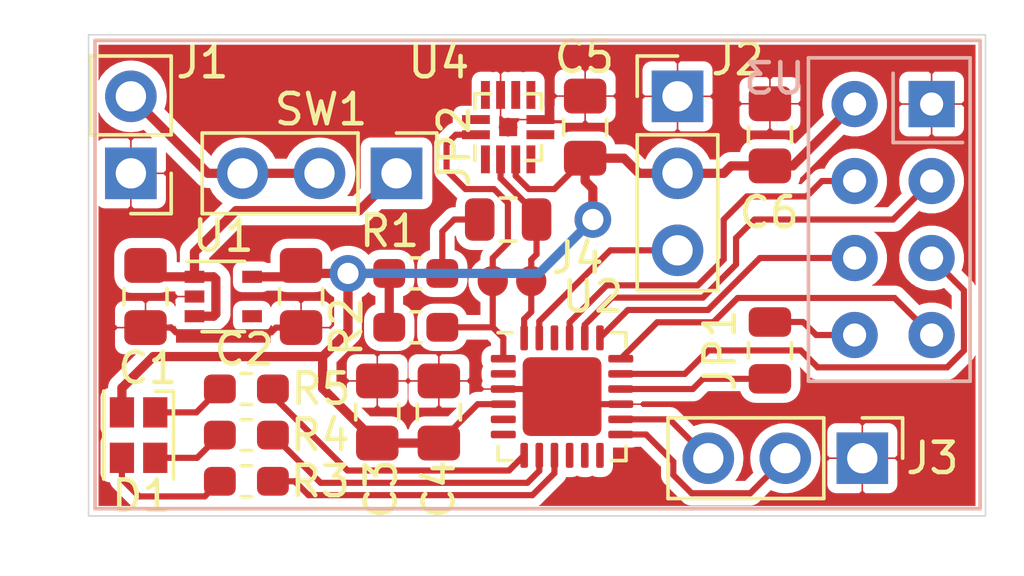
<source format=kicad_pcb>
(kicad_pcb (version 20240108) (generator "pcbnew") (generator_version "8.0")
  (layers (0 "F.Cu" signal) (31 "B.Cu" signal) (34 "B.Paste" user) (35 "F.Paste" user) (36 "B.SilkS" user "B.Silkscreen") (37 "F.SilkS" user "F.Silkscreen") (38 "B.Mask" user) (39 "F.Mask" user) (44 "Edge.Cuts" user))
  (net 0 "")
  (net 1 "GND")
  (net 2 "Net-(C1-Pad1)")
  (net 3 "+3V3")
  (net 4 "Net-(D1-Pad4)")
  (net 5 "Net-(D1-Pad3)")
  (net 6 "Net-(D1-Pad2)")
  (net 7 "Net-(J1-Pad2)")
  (net 8 "/UPDI")
  (net 9 "/UART_TX")
  (net 10 "/UART_RX")
  (net 11 "/SCL")
  (net 12 "/SDA")
  (net 13 "/B")
  (net 14 "/G")
  (net 15 "/R")
  (net 16 "Net-(U1-Pad4)")
  (net 17 "Net-(U2-Pad22)")
  (net 18 "/CSN")
  (net 19 "/CE")
  (net 20 "/MOSI")
  (net 21 "/MISO")
  (net 22 "/SCK")
  (net 23 "/IRQ")
  (net 24 "Net-(U2-Pad12)")
  (net 25 "Net-(U2-Pad11)")
  (net 26 "Net-(U2-Pad10)")
  (net 27 "Net-(U2-Pad6)")
  (net 28 "Net-(U2-Pad5)")
  (net 29 "Net-(U2-Pad2)")
  (net 30 "Net-(U4-Pad11)")
  (net 31 "Net-(U4-Pad5)")
  (net 32 "Net-(U4-Pad10)")
  (net 33 "Net-(U4-Pad1)")
  (net 34 "Net-(U4-Pad7)")
  (net 35 "Net-(U4-Pad4)")
  (net 36 "Net-(U4-Pad8)")
  (footprint "Capacitor_SMD:C_0805_2012Metric_Pad1.15x1.40mm_HandSolder" (layer "F.Cu") (at 131.0894 87.884 -90)
    (property "Reference" "C2" (at 1.7526 1.8796 180) (layer "F.SilkS"))
    (property "Value" "10u")
    (fp_line (start -0.261252 0.71) (end 0.261252 0.71) (stroke (width 0.12)) (layer "F.SilkS"))
    (fp_line (start -0.261252 -0.71) (end 0.261252 -0.71) (stroke (width 0.12)) (layer "F.SilkS"))
    (pad "1" smd roundrect (at -1.025 0 270) (size 1.15 1.4) (layers "F.Cu" "F.Paste" "F.Mask") (roundrect_rratio 0.217391) (net 3 "+3V3"))
    (pad "2" smd roundrect (at 1.025 0 270) (size 1.15 1.4) (layers "F.Cu" "F.Paste" "F.Mask") (roundrect_rratio 0.217391) (net 1 "GND"))
  )
  (footprint "Capacitor_SMD:C_0805_2012Metric_Pad1.15x1.40mm_HandSolder" (layer "F.Cu") (at 133.604 91.694 90)
    (property "Reference" "C3" (at -2.54 0.127 90) (layer "F.SilkS"))
    (property "Value" "10u")
    (fp_line (start -0.261252 -0.71) (end 0.261252 -0.71) (stroke (width 0.12)) (layer "F.SilkS"))
    (fp_line (start -0.261252 0.71) (end 0.261252 0.71) (stroke (width 0.12)) (layer "F.SilkS"))
    (pad "1" smd roundrect (at -1.025 0 90) (size 1.15 1.4) (layers "F.Cu" "F.Paste" "F.Mask") (roundrect_rratio 0.217391) (net 3 "+3V3"))
    (pad "2" smd roundrect (at 1.025 0 90) (size 1.15 1.4) (layers "F.Cu" "F.Paste" "F.Mask") (roundrect_rratio 0.217391) (net 1 "GND"))
  )
  (footprint "Capacitor_SMD:C_0805_2012Metric_Pad1.15x1.40mm_HandSolder" (layer "F.Cu") (at 135.636 91.694 90)
    (property "Reference" "C4" (at -2.54 0 90) (layer "F.SilkS"))
    (property "Value" "0.1u")
    (fp_line (start -0.261252 -0.71) (end 0.261252 -0.71) (stroke (width 0.12)) (layer "F.SilkS"))
    (fp_line (start -0.261252 0.71) (end 0.261252 0.71) (stroke (width 0.12)) (layer "F.SilkS"))
    (pad "1" smd roundrect (at -1.025 0 90) (size 1.15 1.4) (layers "F.Cu" "F.Paste" "F.Mask") (roundrect_rratio 0.217391) (net 3 "+3V3"))
    (pad "2" smd roundrect (at 1.025 0 90) (size 1.15 1.4) (layers "F.Cu" "F.Paste" "F.Mask") (roundrect_rratio 0.217391) (net 1 "GND"))
  )
  (footprint "Capacitor_SMD:C_0805_2012Metric_Pad1.15x1.40mm_HandSolder" (layer "F.Cu") (at 140.462 82.296 90)
    (property "Reference" "C5" (at 2.3114 -0.0254 180) (layer "F.SilkS"))
    (property "Value" "10u")
    (fp_line (start -0.261252 -0.71) (end 0.261252 -0.71) (stroke (width 0.12)) (layer "F.SilkS"))
    (fp_line (start -0.261252 0.71) (end 0.261252 0.71) (stroke (width 0.12)) (layer "F.SilkS"))
    (pad "1" smd roundrect (at -1.025 0 90) (size 1.15 1.4) (layers "F.Cu" "F.Paste" "F.Mask") (roundrect_rratio 0.217391) (net 3 "+3V3"))
    (pad "2" smd roundrect (at 1.025 0 90) (size 1.15 1.4) (layers "F.Cu" "F.Paste" "F.Mask") (roundrect_rratio 0.217391) (net 1 "GND"))
  )
  (footprint "Capacitor_SMD:C_0805_2012Metric_Pad1.15x1.40mm_HandSolder" (layer "F.Cu") (at 146.558 82.55 90)
    (property "Reference" "C6" (at -2.5654 -0.0254 180) (layer "F.SilkS"))
    (property "Value" "0.1u")
    (fp_line (start -0.261252 -0.71) (end 0.261252 -0.71) (stroke (width 0.12)) (layer "F.SilkS"))
    (fp_line (start -0.261252 0.71) (end 0.261252 0.71) (stroke (width 0.12)) (layer "F.SilkS"))
    (pad "1" smd roundrect (at -1.025 0 90) (size 1.15 1.4) (layers "F.Cu" "F.Paste" "F.Mask") (roundrect_rratio 0.217391) (net 3 "+3V3"))
    (pad "2" smd roundrect (at 1.025 0 90) (size 1.15 1.4) (layers "F.Cu" "F.Paste" "F.Mask") (roundrect_rratio 0.217391) (net 1 "GND"))
  )
  (footprint "LED_SMD:LED_Cree-PLCC4_2x2mm_CW" (layer "F.Cu") (at 125.73 92.456 -90)
    (property "Reference" "D1" (at 2.0066 -0.1016 180) (layer "F.SilkS"))
    (property "Value" "LED_ARGB")
    (fp_line (start -1.45 1.15) (end 1.45 1.15) (stroke (width 0.12)) (layer "F.SilkS"))
    (fp_line (start -1.45 -0.55) (end -1.45 -1.15) (stroke (width 0.12)) (layer "F.SilkS"))
    (fp_line (start -1.45 -1.15) (end 1.45 -1.15) (stroke (width 0.12)) (layer "F.SilkS"))
    (pad "1" smd rect (at -0.75 0.55 270) (size 1 0.8) (layers "F.Cu" "F.Paste" "F.Mask") (net 3 "+3V3"))
    (pad "2" smd rect (at -0.75 -0.55 270) (size 1 0.8) (layers "F.Cu" "F.Paste" "F.Mask") (net 6 "Net-(D1-Pad2)"))
    (pad "3" smd rect (at 0.75 -0.55 270) (size 1 0.8) (layers "F.Cu" "F.Paste" "F.Mask") (net 5 "Net-(D1-Pad3)"))
    (pad "4" smd rect (at 0.75 0.55 270) (size 1 0.8) (layers "F.Cu" "F.Paste" "F.Mask") (net 4 "Net-(D1-Pad4)"))
  )
  (footprint "Connector_PinHeader_2.54mm:PinHeader_1x03_P2.54mm_Vertical" (layer "F.Cu") (at 149.606 93.218 -90)
    (property "Reference" "J3" (at 0 -2.3114 180) (layer "F.SilkS"))
    (property "Value" "UART")
    (fp_line (start -1.33 6.41) (end 1.33 6.41) (stroke (width 0.12)) (layer "F.SilkS"))
    (fp_line (start -1.33 1.27) (end -1.33 6.41) (stroke (width 0.12)) (layer "F.SilkS"))
    (fp_line (start -1.33 1.27) (end 1.33 1.27) (stroke (width 0.12)) (layer "F.SilkS"))
    (fp_line (start 1.33 1.27) (end 1.33 6.41) (stroke (width 0.12)) (layer "F.SilkS"))
    (fp_line (start -1.33 0) (end -1.33 -1.33) (stroke (width 0.12)) (layer "F.SilkS"))
    (fp_line (start -1.33 -1.33) (end 0 -1.33) (stroke (width 0.12)) (layer "F.SilkS"))
    (pad "1" thru_hole rect (at 0 0 270) (size 1.7 1.7) (drill 1) (layers "*.Cu" "*.Mask") (net 1 "GND"))
    (pad "2" thru_hole oval (at 0 2.54 270) (size 1.7 1.7) (drill 1) (layers "*.Cu" "*.Mask") (net 10 "/UART_RX"))
    (pad "3" thru_hole oval (at 0 5.08 270) (size 1.7 1.7) (drill 1) (layers "*.Cu" "*.Mask") (net 9 "/UART_TX"))
  )
  (footprint "Connector_PinHeader_1.27mm:PinHeader_1x02_P1.27mm_Vertical" (layer "F.Cu") (at 138.684 87.376 -90)
    (property "Reference" "J4" (at -0.762 -1.524 180) (layer "F.SilkS"))
    (property "Value" "I2C")
    (pad "1" smd circle (at 0 0 270) (size 1 1) (layers "F.Cu" "F.Paste" "F.Mask") (net 12 "/SDA"))
    (pad "2" smd oval (at 0 1.27 270) (size 1 1) (layers "F.Cu" "F.Paste" "F.Mask") (net 11 "/SCL"))
  )
  (footprint "Resistor_SMD:R_0603_1608Metric_Pad1.05x0.95mm_HandSolder" (layer "F.Cu") (at 134.874 87.122)
    (property "Reference" "R1" (at -0.8636 -1.397 0) (layer "F.SilkS"))
    (property "Value" "10k")
    (fp_line (start -0.171267 -0.51) (end 0.171267 -0.51) (stroke (width 0.12)) (layer "F.SilkS"))
    (fp_line (start -0.171267 0.51) (end 0.171267 0.51) (stroke (width 0.12)) (layer "F.SilkS"))
    (pad "1" smd roundrect (at -0.875 0) (size 1.05 0.95) (layers "F.Cu" "F.Paste" "F.Mask") (net 3 "+3V3"))
    (pad "2" smd roundrect (at 0.875 0) (size 1.05 0.95) (layers "F.Cu" "F.Paste" "F.Mask") (net 12 "/SDA"))
  )
  (footprint "Resistor_SMD:R_0603_1608Metric_Pad1.05x0.95mm_HandSolder" (layer "F.Cu") (at 134.874 88.9)
    (property "Reference" "R2" (at -2.286 -0.0254 90) (layer "F.SilkS"))
    (property "Value" "10k")
    (fp_line (start -0.171267 -0.51) (end 0.171267 -0.51) (stroke (width 0.12)) (layer "F.SilkS"))
    (fp_line (start -0.171267 0.51) (end 0.171267 0.51) (stroke (width 0.12)) (layer "F.SilkS"))
    (pad "1" smd roundrect (at -0.875 0) (size 1.05 0.95) (layers "F.Cu" "F.Paste" "F.Mask") (net 3 "+3V3"))
    (pad "2" smd roundrect (at 0.875 0) (size 1.05 0.95) (layers "F.Cu" "F.Paste" "F.Mask") (net 11 "/SCL"))
  )
  (footprint "Resistor_SMD:R_0603_1608Metric_Pad1.05x0.95mm_HandSolder" (layer "F.Cu") (at 129.286 93.98 180)
    (property "Reference" "R3" (at -2.4384 0 0) (layer "F.SilkS"))
    (property "Value" "150")
    (fp_line (start -0.171267 0.51) (end 0.171267 0.51) (stroke (width 0.12)) (layer "F.SilkS"))
    (fp_line (start -0.171267 -0.51) (end 0.171267 -0.51) (stroke (width 0.12)) (layer "F.SilkS"))
    (pad "1" smd roundrect (at -0.875 0 180) (size 1.05 0.95) (layers "F.Cu" "F.Paste" "F.Mask") (net 13 "/B"))
    (pad "2" smd roundrect (at 0.875 0 180) (size 1.05 0.95) (layers "F.Cu" "F.Paste" "F.Mask") (net 4 "Net-(D1-Pad4)"))
  )
  (footprint "Resistor_SMD:R_0603_1608Metric_Pad1.05x0.95mm_HandSolder" (layer "F.Cu") (at 129.286 92.456 180)
    (property "Reference" "R4" (at -2.4384 0 0) (layer "F.SilkS"))
    (property "Value" "150")
    (fp_line (start -0.171267 0.51) (end 0.171267 0.51) (stroke (width 0.12)) (layer "F.SilkS"))
    (fp_line (start -0.171267 -0.51) (end 0.171267 -0.51) (stroke (width 0.12)) (layer "F.SilkS"))
    (pad "1" smd roundrect (at -0.875 0 180) (size 1.05 0.95) (layers "F.Cu" "F.Paste" "F.Mask") (net 14 "/G"))
    (pad "2" smd roundrect (at 0.875 0 180) (size 1.05 0.95) (layers "F.Cu" "F.Paste" "F.Mask") (net 5 "Net-(D1-Pad3)"))
  )
  (footprint "Resistor_SMD:R_0603_1608Metric_Pad1.05x0.95mm_HandSolder" (layer "F.Cu") (at 129.286 90.932 180)
    (property "Reference" "R5" (at -2.4638 0 0) (layer "F.SilkS"))
    (property "Value" "150")
    (fp_line (start -0.171267 0.51) (end 0.171267 0.51) (stroke (width 0.12)) (layer "F.SilkS"))
    (fp_line (start -0.171267 -0.51) (end 0.171267 -0.51) (stroke (width 0.12)) (layer "F.SilkS"))
    (pad "1" smd roundrect (at -0.875 0 180) (size 1.05 0.95) (layers "F.Cu" "F.Paste" "F.Mask") (net 15 "/R"))
    (pad "2" smd roundrect (at 0.875 0 180) (size 1.05 0.95) (layers "F.Cu" "F.Paste" "F.Mask") (net 6 "Net-(D1-Pad2)"))
  )
  (footprint "Package_TO_SOT_SMD:SOT-353_SC-70-5" (layer "F.Cu") (at 128.524 87.884)
    (property "Reference" "U1" (at 0 -2 0) (layer "F.SilkS"))
    (property "Value" "MIC5365-3.3YC5")
    (fp_line (start -0.7 1.16) (end 0.7 1.16) (stroke (width 0.12)) (layer "F.SilkS"))
    (fp_line (start 0.7 -1.16) (end -1.2 -1.16) (stroke (width 0.12)) (layer "F.SilkS"))
    (pad "1" smd rect (at -0.95 -0.65) (size 0.65 0.4) (layers "F.Cu" "F.Paste" "F.Mask") (net 2 "Net-(C1-Pad1)"))
    (pad "2" smd rect (at -0.95 0) (size 0.65 0.4) (layers "F.Cu" "F.Paste" "F.Mask") (net 1 "GND"))
    (pad "3" smd rect (at -0.95 0.65) (size 0.65 0.4) (layers "F.Cu" "F.Paste" "F.Mask") (net 2 "Net-(C1-Pad1)"))
    (pad "4" smd rect (at 0.95 0.65) (size 0.65 0.4) (layers "F.Cu" "F.Paste" "F.Mask") (net 16 "Net-(U1-Pad4)"))
    (pad "5" smd rect (at 0.95 -0.65) (size 0.65 0.4) (layers "F.Cu" "F.Paste" "F.Mask") (net 3 "+3V3"))
  )
  (footprint "Package_LGA:LGA-12_2x2mm_P0.5mm" (layer "F.Cu") (at 137.922 82.296 90)
    (property "Reference" "U4" (at 2.1336 -2.286 180) (layer "F.SilkS"))
    (property "Value" "MC3413")
    (fp_line (start 1.1 -1.1) (end 1.1 -0.6) (stroke (width 0.12)) (layer "F.SilkS"))
    (fp_line (start 0.6 -1.1) (end 1.1 -1.1) (stroke (width 0.12)) (layer "F.SilkS"))
    (fp_line (start -0.6 -1.1) (end -1.1 -1.1) (stroke (width 0.12)) (layer "F.SilkS"))
    (fp_line (start -1.1 -1.1) (end -1.1 -1.1) (stroke (width 0.12)) (layer "F.SilkS"))
    (fp_line (start 1.1 -0.6) (end 1.1 -0.6) (stroke (width 0.12)) (layer "F.SilkS"))
    (fp_line (start 1.1 0.6) (end 1.1 1.1) (stroke (width 0.12)) (layer "F.SilkS"))
    (fp_line (start -1.1 0.6) (end -1.1 0.6) (stroke (width 0.12)) (layer "F.SilkS"))
    (fp_line (start 1.1 1.1) (end 0.6 1.1) (stroke (width 0.12)) (layer "F.SilkS"))
    (fp_line (start 0.6 1.1) (end 0.6 1.1) (stroke (width 0.12)) (layer "F.SilkS"))
    (fp_line (start -0.6 1.1) (end -1.1 1.1) (stroke (width 0.12)) (layer "F.SilkS"))
    (fp_line (start -1.1 1.1) (end -1.1 0.6) (stroke (width 0.12)) (layer "F.SilkS"))
    (pad "1" smd rect (at -1.0625 -0.75 90) (size 0.91912 0.29412) (layers "F.Cu" "F.Paste" "F.Mask") (net 33 "Net-(U4-Pad1)"))
    (pad "2" smd rect (at -1.0625 -0.25 90) (size 0.91912 0.29412) (layers "F.Cu" "F.Paste" "F.Mask") (net 12 "/SDA"))
    (pad "3" smd rect (at -1.0625 0.25 90) (size 0.91912 0.29412) (layers "F.Cu" "F.Paste" "F.Mask") (net 3 "+3V3"))
    (pad "4" smd rect (at -1.0625 0.75 90) (size 0.91912 0.29412) (layers "F.Cu" "F.Paste" "F.Mask") (net 35 "Net-(U4-Pad4)"))
    (pad "5" smd rect (at -0.25 1.0625 180) (size 0.91912 0.29412) (layers "F.Cu" "F.Paste" "F.Mask") (net 31 "Net-(U4-Pad5)"))
    (pad "6" smd rect (at 0.25 1.0625 180) (size 0.91912 0.29412) (layers "F.Cu" "F.Paste" "F.Mask") (net 1 "GND"))
    (pad "7" smd rect (at 1.0625 0.75 90) (size 0.91912 0.29412) (layers "F.Cu" "F.Paste" "F.Mask") (net 34 "Net-(U4-Pad7)"))
    (pad "8" smd rect (at 1.0625 0.25 90) (size 0.91912 0.29412) (layers "F.Cu" "F.Paste" "F.Mask") (net 36 "Net-(U4-Pad8)"))
    (pad "9" smd rect (at 1.0625 -0.25 90) (size 0.91912 0.29412) (layers "F.Cu" "F.Paste" "F.Mask") (net 1 "GND"))
    (pad "10" smd rect (at 1.0625 -0.75 90) (size 0.91912 0.29412) (layers "F.Cu" "F.Paste" "F.Mask") (net 32 "Net-(U4-Pad10)"))
    (pad "11" smd rect (at 0.25 -1.0625 180) (size 0.91912 0.29412) (layers "F.Cu" "F.Paste" "F.Mask") (net 30 "Net-(U4-Pad11)"))
    (pad "12" smd rect (at -0.25 -1.0625 180) (size 0.91912 0.29412) (layers "F.Cu" "F.Paste" "F.Mask") (net 11 "/SCL"))
  )
  (footprint "Package_DFN_QFN:QFN-24-1EP_4x4mm_P0.5mm_EP2.6x2.6mm" (layer "F.Cu") (at 139.7 91.186)
    (property "Reference" "U2" (at 1.016 -3.3 0) (layer "F.SilkS"))
    (property "Value" "ATtiny817-M")
    (fp_line (start -2.11 2.11) (end -2.11 1.635) (stroke (width 0.12)) (layer "F.SilkS"))
    (fp_line (start -1.635 -2.11) (end -2.11 -2.11) (stroke (width 0.12)) (layer "F.SilkS"))
    (fp_line (start -1.635 2.11) (end -2.11 2.11) (stroke (width 0.12)) (layer "F.SilkS"))
    (fp_line (start 1.635 -2.11) (end 2.11 -2.11) (stroke (width 0.12)) (layer "F.SilkS"))
    (fp_line (start 1.635 2.11) (end 2.11 2.11) (stroke (width 0.12)) (layer "F.SilkS"))
    (fp_line (start 2.11 -2.11) (end 2.11 -1.635) (stroke (width 0.12)) (layer "F.SilkS"))
    (fp_line (start 2.11 2.11) (end 2.11 1.635) (stroke (width 0.12)) (layer "F.SilkS"))
    (pad "1" smd roundrect (at -1.9375 -1.25) (size 0.825 0.25) (layers "F.Cu" "F.Paste" "F.Mask") (net 11 "/SCL"))
    (pad "2" smd roundrect (at -1.9375 -0.75) (size 0.825 0.25) (layers "F.Cu" "F.Paste" "F.Mask") (net 29 "Net-(U2-Pad2)"))
    (pad "3" smd roundrect (at -1.9375 -0.25) (size 0.825 0.25) (layers "F.Cu" "F.Paste" "F.Mask") (net 1 "GND"))
    (pad "4" smd roundrect (at -1.9375 0.25) (size 0.825 0.25) (layers "F.Cu" "F.Paste" "F.Mask") (net 3 "+3V3"))
    (pad "5" smd roundrect (at -1.9375 0.75) (size 0.825 0.25) (layers "F.Cu" "F.Paste" "F.Mask") (net 28 "Net-(U2-Pad5)"))
    (pad "6" smd roundrect (at -1.9375 1.25) (size 0.825 0.25) (layers "F.Cu" "F.Paste" "F.Mask") (net 27 "Net-(U2-Pad6)"))
    (pad "7" smd roundrect (at -1.25 1.9375) (size 0.25 0.825) (layers "F.Cu" "F.Paste" "F.Mask") (net 15 "/R"))
    (pad "8" smd roundrect (at -0.75 1.9375) (size 0.25 0.825) (layers "F.Cu" "F.Paste" "F.Mask") (net 14 "/G"))
    (pad "9" smd roundrect (at -0.25 1.9375) (size 0.25 0.825) (layers "F.Cu" "F.Paste" "F.Mask") (net 13 "/B"))
    (pad "10" smd roundrect (at 0.25 1.9375) (size 0.25 0.825) (layers "F.Cu" "F.Paste" "F.Mask") (net 26 "Net-(U2-Pad10)"))
    (pad "11" smd roundrect (at 0.75 1.9375) (size 0.25 0.825) (layers "F.Cu" "F.Paste" "F.Mask") (net 25 "Net-(U2-Pad11)"))
    (pad "12" smd roundrect (at 1.25 1.9375) (size 0.25 0.825) (layers "F.Cu" "F.Paste" "F.Mask") (net 24 "Net-(U2-Pad12)"))
    (pad "13" smd roundrect (at 1.9375 1.25) (size 0.825 0.25) (layers "F.Cu" "F.Paste" "F.Mask") (net 10 "/UART_RX"))
    (pad "14" smd roundrect (at 1.9375 0.75) (size 0.825 0.25) (layers "F.Cu" "F.Paste" "F.Mask") (net 9 "/UART_TX"))
    (pad "15" smd roundrect (at 1.9375 0.25) (size 0.825 0.25) (layers "F.Cu" "F.Paste" "F.Mask") (net 1 "GND"))
    (pad "16" smd roundrect (at 1.9375 -0.25) (size 0.825 0.25) (layers "F.Cu" "F.Paste" "F.Mask") (net 23 "/IRQ"))
    (pad "17" smd roundrect (at 1.9375 -0.75) (size 0.825 0.25) (layers "F.Cu" "F.Paste" "F.Mask") (net 22 "/SCK"))
    (pad "18" smd roundrect (at 1.9375 -1.25) (size 0.825 0.25) (layers "F.Cu" "F.Paste" "F.Mask") (net 21 "/MISO"))
    (pad "19" smd roundrect (at 1.25 -1.9375) (size 0.25 0.825) (layers "F.Cu" "F.Paste" "F.Mask") (net 20 "/MOSI"))
    (pad "20" smd roundrect (at 0.75 -1.9375) (size 0.25 0.825) (layers "F.Cu" "F.Paste" "F.Mask") (net 19 "/CE"))
    (pad "21" smd roundrect (at 0.25 -1.9375) (size 0.25 0.825) (layers "F.Cu" "F.Paste" "F.Mask") (net 18 "/CSN"))
    (pad "22" smd roundrect (at -0.25 -1.9375) (size 0.25 0.825) (layers "F.Cu" "F.Paste" "F.Mask") (net 17 "Net-(U2-Pad22)"))
    (pad "23" smd roundrect (at -0.75 -1.9375) (size 0.25 0.825) (layers "F.Cu" "F.Paste" "F.Mask") (net 8 "/UPDI"))
    (pad "24" smd roundrect (at -1.25 -1.9375) (size 0.25 0.825) (layers "F.Cu" "F.Paste" "F.Mask") (net 12 "/SDA"))
    (pad "25" smd roundrect (at 0 0) (size 2.6 2.6) (layers "F.Cu" "F.Mask") (roundrect_rratio 0.096154) (net 1 "GND"))
  )
  (footprint "Connector_PinHeader_2.54mm:PinHeader_1x03_P2.54mm_Vertical" (layer "F.Cu") (at 143.51 81.28)
    (property "Reference" "J2" (at 1.9812 -1.2192 0) (layer "F.SilkS"))
    (property "Value" "UPDI")
    (fp_line (start -1.33 -1.33) (end 0 -1.33) (stroke (width 0.12)) (layer "F.SilkS"))
    (fp_line (start -1.33 0) (end -1.33 -1.33) (stroke (width 0.12)) (layer "F.SilkS"))
    (fp_line (start -1.33 1.27) (end -1.33 6.41) (stroke (width 0.12)) (layer "F.SilkS"))
    (fp_line (start -1.33 1.27) (end 1.33 1.27) (stroke (width 0.12)) (layer "F.SilkS"))
    (fp_line (start -1.33 6.41) (end 1.33 6.41) (stroke (width 0.12)) (layer "F.SilkS"))
    (fp_line (start 1.33 1.27) (end 1.33 6.41) (stroke (width 0.12)) (layer "F.SilkS"))
    (pad "1" thru_hole rect (at 0 0) (size 1.7 1.7) (drill 1) (layers "*.Cu" "*.Mask") (net 1 "GND"))
    (pad "2" thru_hole oval (at 0 2.54) (size 1.7 1.7) (drill 1) (layers "*.Cu" "*.Mask") (net 3 "+3V3"))
    (pad "3" thru_hole oval (at 0 5.08) (size 1.7 1.7) (drill 1) (layers "*.Cu" "*.Mask") (net 8 "/UPDI"))
  )
  (footprint "Resistor_SMD:R_0805_2012Metric" (layer "F.Cu") (at 146.558 89.662 90)
    (property "Reference" "JP1" (at 0 -1.65 90) (layer "F.SilkS"))
    (property "Value" "R_0805_2012Metric")
    (fp_line (start -0.258578 -0.71) (end 0.258578 -0.71) (stroke (width 0.12)) (layer "F.SilkS"))
    (fp_line (start -0.258578 0.71) (end 0.258578 0.71) (stroke (width 0.12)) (layer "F.SilkS"))
    (pad "1" smd roundrect (at -0.9375 0 90) (size 0.975 1.4) (layers "F.Cu" "F.Paste" "F.Mask") (net 23 "/IRQ"))
    (pad "2" smd roundrect (at 0.9375 0 90) (size 0.975 1.4) (layers "F.Cu" "F.Paste" "F.Mask") (net 23 "/IRQ"))
  )
  (footprint "Connector_PinHeader_2.54mm:PinHeader_1x02_P2.54mm_Vertical" (layer "F.Cu") (at 125.476 83.82 180)
    (property "Reference" "J1" (at -2.3622 3.6576 0) (layer "F.SilkS"))
    (property "Value" "BATT")
    (fp_line (start 1.33 1.27) (end 1.33 3.87) (stroke (width 0.12)) (layer "F.SilkS"))
    (fp_line (start -1.33 3.87) (end 1.33 3.87) (stroke (width 0.12)) (layer "F.SilkS"))
    (fp_line (start -1.33 1.27) (end 1.33 1.27) (stroke (width 0.12)) (layer "F.SilkS"))
    (fp_line (start -1.33 1.27) (end -1.33 3.87) (stroke (width 0.12)) (layer "F.SilkS"))
    (fp_line (start -1.33 0) (end -1.33 -1.33) (stroke (width 0.12)) (layer "F.SilkS"))
    (fp_line (start -1.33 -1.33) (end 0 -1.33) (stroke (width 0.12)) (layer "F.SilkS"))
    (pad "1" thru_hole rect (at 0 0 180) (size 1.7 1.7) (drill 1) (layers "*.Cu" "*.Mask") (net 1 "GND"))
    (pad "2" thru_hole oval (at 0 2.54 180) (size 1.7 1.7) (drill 1) (layers "*.Cu" "*.Mask") (net 7 "Net-(J1-Pad2)"))
  )
  (footprint "Connector_PinHeader_2.54mm:PinHeader_1x03_P2.54mm_Vertical" (layer "F.Cu") (at 134.239 83.82 -90)
    (property "Reference" "SW1" (at -2.1082 2.4892 180) (layer "F.SilkS"))
    (property "Value" "SW_SPDT")
    (fp_line (start -1.33 6.41) (end 1.33 6.41) (stroke (width 0.12)) (layer "F.SilkS"))
    (fp_line (start -1.33 1.27) (end -1.33 6.41) (stroke (width 0.12)) (layer "F.SilkS"))
    (fp_line (start -1.33 1.27) (end 1.33 1.27) (stroke (width 0.12)) (layer "F.SilkS"))
    (fp_line (start 1.33 1.27) (end 1.33 6.41) (stroke (width 0.12)) (layer "F.SilkS"))
    (fp_line (start -1.33 0) (end -1.33 -1.33) (stroke (width 0.12)) (layer "F.SilkS"))
    (fp_line (start -1.33 -1.33) (end 0 -1.33) (stroke (width 0.12)) (layer "F.SilkS"))
    (pad "1" thru_hole rect (at 0 0 270) (size 1.7 1.7) (drill 1) (layers "*.Cu" "*.Mask") (net 2 "Net-(C1-Pad1)"))
    (pad "2" thru_hole oval (at 0 2.54 270) (size 1.7 1.7) (drill 1) (layers "*.Cu" "*.Mask") (net 7 "Net-(J1-Pad2)"))
    (pad "3" thru_hole oval (at 0 5.08 270) (size 1.7 1.7) (drill 1) (layers "*.Cu" "*.Mask") (net 7 "Net-(J1-Pad2)"))
  )
  (footprint "Capacitor_SMD:C_0805_2012Metric_Pad1.15x1.40mm_HandSolder" (layer "F.Cu") (at 125.9586 87.884 -90)
    (property "Reference" "C1" (at 2.3622 -0.0762 180) (layer "F.SilkS"))
    (property "Value" "10u")
    (fp_line (start -0.261252 0.71) (end 0.261252 0.71) (stroke (width 0.12)) (layer "F.SilkS"))
    (fp_line (start -0.261252 -0.71) (end 0.261252 -0.71) (stroke (width 0.12)) (layer "F.SilkS"))
    (pad "1" smd roundrect (at -1.025 0 270) (size 1.15 1.4) (layers "F.Cu" "F.Paste" "F.Mask") (roundrect_rratio 0.217391) (net 2 "Net-(C1-Pad1)"))
    (pad "2" smd roundrect (at 1.025 0 270) (size 1.15 1.4) (layers "F.Cu" "F.Paste" "F.Mask") (roundrect_rratio 0.217391) (net 1 "GND"))
  )
  (footprint "Resistor_SMD:R_0805_2012Metric" (layer "F.Cu") (at 137.922 85.344)
    (property "Reference" "JP2" (at -1.778 -2.413 90) (layer "F.SilkS"))
    (property "Value" "R_0805_2012Metric")
    (fp_line (start -0.258578 -0.71) (end 0.258578 -0.71) (stroke (width 0.12)) (layer "F.SilkS"))
    (fp_line (start -0.258578 0.71) (end 0.258578 0.71) (stroke (width 0.12)) (layer "F.SilkS"))
    (pad "1" smd roundrect (at -0.9375 0) (size 0.975 1.4) (layers "F.Cu" "F.Paste" "F.Mask") (net 12 "/SDA"))
    (pad "2" smd roundrect (at 0.9375 0) (size 0.975 1.4) (layers "F.Cu" "F.Paste" "F.Mask") (net 12 "/SDA"))
  )
  (footprint "RF_Module:nRF24L01_Breakout" (layer "B.Cu") (at 151.892 81.534 180)
    (property "Reference" "U3" (at 5.1816 0.8382 0) (layer "B.SilkS") (effects (justify mirror)))
    (property "Value" "NRF24L01_Breakout")
    (fp_line (start 27.6 2.1) (end 27.6 -13.35) (stroke (width 0.12)) (layer "B.SilkS"))
    (fp_line (start 27.6 -13.35) (end -1.6 -13.35) (stroke (width 0.12)) (layer "B.SilkS"))
    (fp_line (start 4.064 1.524) (end 4.064 -9.144) (stroke (width 0.12)) (layer "B.SilkS"))
    (fp_line (start 4.064 -9.144) (end -1.27 -9.144) (stroke (width 0.12)) (layer "B.SilkS"))
    (fp_line (start 1.27 1.016) (end 1.27 -1.27) (stroke (width 0.12)) (layer "B.SilkS"))
    (fp_line (start 1.27 -1.27) (end -1.016 -1.27) (stroke (width 0.12)) (layer "B.SilkS"))
    (fp_line (start -1.016 -1.27) (end -1.016 -1.27) (stroke (width 0.12)) (layer "B.SilkS"))
    (fp_line (start -1.27 1.524) (end 4.064 1.524) (stroke (width 0.12)) (layer "B.SilkS"))
    (fp_line (start -1.27 1.524) (end -1.27 1.524) (stroke (width 0.12)) (layer "B.SilkS"))
    (fp_line (start -1.27 -9.144) (end -1.27 1.524) (stroke (width 0.12)) (layer "B.SilkS"))
    (fp_line (start -1.27 -9.144) (end -1.27 -9.144) (stroke (width 0.12)) (layer "B.SilkS"))
    (fp_line (start -1.6 2.1) (end 27.6 2.1) (stroke (width 0.12)) (layer "B.SilkS"))
    (fp_line (start -1.6 2.1) (end -1.6 2.1) (stroke (width 0.12)) (layer "B.SilkS"))
    (fp_line (start -1.6 -13.35) (end -1.6 2.1) (stroke (width 0.12)) (layer "B.SilkS"))
    (pad "1" thru_hole rect (at 0 0 180) (size 1.524 1.524) (drill 0.762) (layers "*.Cu" "*.Mask") (net 1 "GND"))
    (pad "2" thru_hole circle (at 2.54 0 180) (size 1.524 1.524) (drill 0.762) (layers "*.Cu" "*.Mask") (net 3 "+3V3"))
    (pad "3" thru_hole circle (at 0 -2.54 180) (size 1.524 1.524) (drill 0.762) (layers "*.Cu" "*.Mask") (net 19 "/CE"))
    (pad "4" thru_hole circle (at 2.54 -2.54 180) (size 1.524 1.524) (drill 0.762) (layers "*.Cu" "*.Mask") (net 18 "/CSN"))
    (pad "5" thru_hole circle (at 0 -5.08 180) (size 1.524 1.524) (drill 0.762) (layers "*.Cu" "*.Mask") (net 22 "/SCK"))
    (pad "6" thru_hole circle (at 2.54 -5.08 180) (size 1.524 1.524) (drill 0.762) (layers "*.Cu" "*.Mask") (net 20 "/MOSI"))
    (pad "7" thru_hole circle (at 0 -7.62 180) (size 1.524 1.524) (drill 0.762) (layers "*.Cu" "*.Mask") (net 21 "/MISO"))
    (pad "8" thru_hole circle (at 2.54 -7.62 180) (size 1.524 1.524) (drill 0.762) (layers "*.Cu" "*.Mask") (net 23 "/IRQ"))
  )
  (gr_line (start 153.67 79.248) (end 124.079 79.248) (stroke (width 0.05)) (layer "Edge.Cuts"))
  (gr_line (start 124.079 95.123) (end 153.67 95.123) (stroke (width 0.05)) (layer "Edge.Cuts"))
  (gr_line (start 124.079 79.248) (end 124.079 95.123) (stroke (width 0.05)) (layer "Edge.Cuts"))
  (gr_line (start 153.67 95.123) (end 153.67 79.248) (stroke (width 0.05)) (layer "Edge.Cuts"))
  (segment (start 126.957201 89.064201) (end 130.108799 89.064201) (width 0.2032) (layer "F.Cu") (net 1))
  (segment (start 139.95 91.436) (end 139.7 91.186) (width 0.2032) (layer "F.Cu") (net 1))
  (segment (start 130.264 88.909) (end 131.064 88.909) (width 0.2032) (layer "F.Cu") (net 1))
  (segment (start 126.793 88.9) (end 126.957201 89.064201) (width 0.2032) (layer "F.Cu") (net 1))
  (segment (start 126.784 88.909) (end 126.793 88.9) (width 0.2032) (layer "F.Cu") (net 1))
  (segment (start 137.7625 90.936) (end 139.45 90.936) (width 0.2032) (layer "F.Cu") (net 1))
  (segment (start 139.45 90.936) (end 139.7 91.186) (width 0.2032) (layer "F.Cu") (net 1))
  (segment (start 125.984 88.909) (end 126.784 88.909) (width 0.2032) (layer "F.Cu") (net 1))
  (segment (start 130.108799 89.064201) (end 130.264 88.909) (width 0.2032) (layer "F.Cu") (net 1))
  (segment (start 141.6375 91.436) (end 139.95 91.436) (width 0.2032) (layer "F.Cu") (net 1))
  (segment (start 133.007999 85.051001) (end 128.943999 85.051001) (width 0.3048) (layer "F.Cu") (net 2))
  (segment (start 127.574 86.421) (end 127.574 87.234) (width 0.3048) (layer "F.Cu") (net 2))
  (segment (start 127.574 87.234) (end 126.359 87.234) (width 0.3048) (layer "F.Cu") (net 2))
  (segment (start 128.943999 85.051001) (end 127.574 86.421) (width 0.3048) (layer "F.Cu") (net 2))
  (segment (start 126.359 87.234) (end 125.984 86.859) (width 0.3048) (layer "F.Cu") (net 2))
  (segment (start 128.2038 88.534) (end 127.574 88.534) (width 0.3048) (layer "F.Cu") (net 2))
  (segment (start 128.280001 88.457799) (end 128.2038 88.534) (width 0.3048) (layer "F.Cu") (net 2))
  (segment (start 127.574 87.234) (end 128.2038 87.234) (width 0.3048) (layer "F.Cu") (net 2))
  (segment (start 128.2038 87.234) (end 128.280001 87.310201) (width 0.3048) (layer "F.Cu") (net 2))
  (segment (start 128.280001 87.310201) (end 128.280001 88.457799) (width 0.3048) (layer "F.Cu") (net 2))
  (segment (start 134.239 83.82) (end 133.007999 85.051001) (width 0.3048) (layer "F.Cu") (net 2))
  (segment (start 140.716 85.344) (end 140.716 84.328) (width 0.3048) (layer "F.Cu") (net 3))
  (segment (start 140.462 84.074) (end 140.462 83.321) (width 0.3048) (layer "F.Cu") (net 3))
  (segment (start 133.604 92.719) (end 131.800776 90.915776) (width 0.3048) (layer "F.Cu") (net 3))
  (segment (start 138.172 83.3585) (end 138.172 83.906218) (width 0.2032) (layer "F.Cu") (net 3))
  (segment (start 131.327 87.122) (end 131.064 86.859) (width 0.3048) (layer "F.Cu") (net 3))
  (segment (start 133.999 87.122) (end 133.999 88.9) (width 0.3048) (layer "F.Cu") (net 3))
  (segment (start 147.311 83.575) (end 146.558 83.575) (width 0.3048) (layer "F.Cu") (net 3))
  (segment (start 126.21619 89.86501) (end 131.800776 89.86501) (width 0.3048) (layer "F.Cu") (net 3))
  (segment (start 125.18 91.706) (end 125.18 90.9012) (width 0.3048) (layer "F.Cu") (net 3))
  (segment (start 130.689 87.234) (end 131.064 86.859) (width 0.3048) (layer "F.Cu") (net 3))
  (segment (start 131.800776 89.86501) (end 132.6388 89.026986) (width 0.3048) (layer "F.Cu") (net 3))
  (segment (start 129.474 87.234) (end 130.689 87.234) (width 0.3048) (layer "F.Cu") (net 3))
  (segment (start 142.24 83.82) (end 143.51 83.82) (width 0.3048) (layer "F.Cu") (net 3))
  (segment (start 146.558 83.575) (end 145.279 83.575) (width 0.3048) (layer "F.Cu") (net 3))
  (segment (start 138.172 83.0585) (end 138.172 83.42126) (width 0.2032) (layer "F.Cu") (net 3))
  (segment (start 138.604972 84.33919) (end 139.44381 84.33919) (width 0.2032) (layer "F.Cu") (net 3))
  (segment (start 138.172 83.906218) (end 138.604972 84.33919) (width 0.2032) (layer "F.Cu") (net 3))
  (segment (start 132.6388 89.026986) (end 132.6388 87.976184) (width 0.3048) (layer "F.Cu") (net 3))
  (segment (start 136.919 91.436) (end 135.636 92.719) (width 0.2032) (layer "F.Cu") (net 3))
  (segment (start 132.6388 87.976184) (end 132.6388 87.122) (width 0.3048) (layer "F.Cu") (net 3))
  (segment (start 133.604 92.719) (end 135.636 92.719) (width 0.3048) (layer "F.Cu") (net 3))
  (segment (start 125.18 90.9012) (end 126.21619 89.86501) (width 0.3048) (layer "F.Cu") (net 3))
  (segment (start 132.588 87.122) (end 131.327 87.122) (width 0.3048) (layer "F.Cu") (net 3))
  (segment (start 145.279 83.575) (end 145.034 83.82) (width 0.3048) (layer "F.Cu") (net 3))
  (segment (start 140.716 84.328) (end 140.462 84.074) (width 0.3048) (layer "F.Cu") (net 3))
  (segment (start 149.352 81.534) (end 147.311 83.575) (width 0.3048) (layer "F.Cu") (net 3))
  (segment (start 131.800776 90.915776) (end 131.800776 89.86501) (width 0.3048) (layer "F.Cu") (net 3))
  (segment (start 145.034 83.82) (end 143.51 83.82) (width 0.3048) (layer "F.Cu") (net 3))
  (segment (start 141.741 83.321) (end 142.24 83.82) (width 0.3048) (layer "F.Cu") (net 3))
  (segment (start 132.588 87.122) (end 133.999 87.122) (width 0.3048) (layer "F.Cu") (net 3))
  (segment (start 137.7625 91.436) (end 136.919 91.436) (width 0.2032) (layer "F.Cu") (net 3))
  (segment (start 140.462 83.321) (end 141.741 83.321) (width 0.3048) (layer "F.Cu") (net 3))
  (segment (start 139.44381 84.33919) (end 140.462 83.321) (width 0.2032) (layer "F.Cu") (net 3))
  (via (at 140.716 85.344) (size 1.208) (drill 0.7) (layers "F.Cu" "B.Cu") (net 3))
  (via (at 132.6388 87.122) (size 1.208) (drill 0.7) (layers "F.Cu" "B.Cu") (net 3))
  (segment (start 138.938 87.122) (end 140.716 85.344) (width 0.3048) (layer "B.Cu") (net 3))
  (segment (start 132.588 87.122) (end 138.938 87.122) (width 0.3048) (layer "B.Cu") (net 3))
  (segment (start 125.18 93.206) (end 125.18 93.9092) (width 0.2032) (layer "F.Cu") (net 4))
  (segment (start 127.911928 94.479072) (end 128.411 93.98) (width 0.2032) (layer "F.Cu") (net 4))
  (segment (start 125.749872 94.479072) (end 127.911928 94.479072) (width 0.2032) (layer "F.Cu") (net 4))
  (segment (start 125.18 93.9092) (end 125.749872 94.479072) (width 0.2032) (layer "F.Cu") (net 4))
  (segment (start 126.28 93.206) (end 127.661 93.206) (width 0.2032) (layer "F.Cu") (net 5))
  (segment (start 127.661 93.206) (end 128.411 92.456) (width 0.2032) (layer "F.Cu") (net 5))
  (segment (start 127.637 91.706) (end 128.411 90.932) (width 0.2032) (layer "F.Cu") (net 6))
  (segment (start 126.28 91.706) (end 127.637 91.706) (width 0.2032) (layer "F.Cu") (net 6))
  (segment (start 125.476 81.28) (end 128.016 83.82) (width 0.3048) (layer "F.Cu") (net 7))
  (segment (start 129.159 83.82) (end 131.699 83.82) (width 0.3048) (layer "F.Cu") (net 7))
  (segment (start 128.016 83.82) (end 129.159 83.82) (width 0.3048) (layer "F.Cu") (net 7))
  (segment (start 138.95 89.2485) (end 138.95 88.70075) (width 0.2032) (layer "F.Cu") (net 8))
  (segment (start 141.29075 86.36) (end 142.307919 86.36) (width 0.2032) (layer "F.Cu") (net 8))
  (segment (start 142.307919 86.36) (end 143.51 86.36) (width 0.2032) (layer "F.Cu") (net 8))
  (segment (start 138.95 88.70075) (end 141.29075 86.36) (width 0.2032) (layer "F.Cu") (net 8))
  (segment (start 141.6375 91.936) (end 143.244 91.936) (width 0.2032) (layer "F.Cu") (net 9))
  (segment (start 143.244 91.936) (end 144.526 93.218) (width 0.2032) (layer "F.Cu") (net 9))
  (segment (start 143.371199 93.333199) (end 143.371199 93.772305) (width 0.2032) (layer "F.Cu") (net 10))
  (segment (start 142.474 92.436) (end 143.371199 93.333199) (width 0.2032) (layer "F.Cu") (net 10))
  (segment (start 141.6375 92.436) (end 142.474 92.436) (width 0.2032) (layer "F.Cu") (net 10))
  (segment (start 143.371199 93.772305) (end 143.971695 94.372801) (width 0.2032) (layer "F.Cu") (net 10))
  (segment (start 143.971695 94.372801) (end 145.911199 94.372801) (width 0.2032) (layer "F.Cu") (net 10))
  (segment (start 146.216001 94.067999) (end 147.066 93.218) (width 0.2032) (layer "F.Cu") (net 10))
  (segment (start 145.911199 94.372801) (end 146.216001 94.067999) (width 0.2032) (layer "F.Cu") (net 10))
  (segment (start 135.749 88.9) (end 137.414 88.9) (width 0.2032) (layer "F.Cu") (net 11))
  (segment (start 136.79674 82.546) (end 137.1595 82.546) (width 0.2032) (layer "F.Cu") (net 11))
  (segment (start 137.414 88.9) (end 137.414 87.376) (width 0.2032) (layer "F.Cu") (net 11))
  (segment (start 135.89 83.715662) (end 136.513528 84.33919) (width 0.2032) (layer "F.Cu") (net 11))
  (segment (start 136.8595 82.546) (end 136.19674 82.546) (width 0.2032) (layer "F.Cu") (net 11))
  (segment (start 136.513528 84.33919) (end 137.455472 84.33919) (width 0.2032) (layer "F.Cu") (net 11))
  (segment (start 137.414 86.614) (end 137.414 87.376) (width 0.2032) (layer "F.Cu") (net 11))
  (segment (start 135.89 82.85274) (end 135.89 83.715662) (width 0.2032) (layer "F.Cu") (net 11))
  (segment (start 137.913999 86.114001) (end 137.414 86.614) (width 0.2032) (layer "F.Cu") (net 11))
  (segment (start 137.7625 89.2485) (end 137.414 88.9) (width 0.2032) (layer "F.Cu") (net 11))
  (segment (start 137.7625 89.936) (end 137.7625 89.2485) (width 0.2032) (layer "F.Cu") (net 11))
  (segment (start 136.19674 82.546) (end 135.89 82.85274) (width 0.2032) (layer "F.Cu") (net 11))
  (segment (start 137.913999 84.797717) (end 137.913999 86.114001) (width 0.2032) (layer "F.Cu") (net 11))
  (segment (start 137.455472 84.33919) (end 137.913999 84.797717) (width 0.2032) (layer "F.Cu") (net 11))
  (segment (start 136.144 85.344) (end 136.9845 85.344) (width 0.2032) (layer "F.Cu") (net 12))
  (segment (start 138.45 89.2485) (end 138.45 88.626) (width 0.2032) (layer "F.Cu") (net 12))
  (segment (start 138.8595 86.493394) (end 138.8595 85.344) (width 0.2032) (layer "F.Cu") (net 12))
  (segment (start 137.672 83.3585) (end 137.672 83.980968) (width 0.2032) (layer "F.Cu") (net 12))
  (segment (start 135.749 87.122) (end 135.749 85.739) (width 0.2032) (layer "F.Cu") (net 12))
  (segment (start 137.672 83.0585) (end 137.672 83.49601) (width 0.2032) (layer "F.Cu") (net 12))
  (segment (start 138.684 88.392) (end 138.684 87.376) (width 0.2032) (layer "F.Cu") (net 12))
  (segment (start 137.672 83.980968) (end 138.8595 85.168468) (width 0.2032) (layer "F.Cu") (net 12))
  (segment (start 138.45 88.626) (end 138.684 88.392) (width 0.2032) (layer "F.Cu") (net 12))
  (segment (start 138.684 87.376) (end 138.684 86.668894) (width 0.2032) (layer "F.Cu") (net 12))
  (segment (start 138.8595 85.168468) (end 138.8595 85.344) (width 0.2032) (layer "F.Cu") (net 12))
  (segment (start 138.684 86.668894) (end 138.8595 86.493394) (width 0.2032) (layer "F.Cu") (net 12))
  (segment (start 135.749 85.739) (end 136.144 85.344) (width 0.2032) (layer "F.Cu") (net 12))
  (segment (start 139.45 93.636) (end 139.45 93.1235) (width 0.2032) (layer "F.Cu") (net 13))
  (segment (start 139.45 93.71075) (end 139.45 93.636) (width 0.2032) (layer "F.Cu") (net 13))
  (segment (start 138.723721 94.437029) (end 139.45 93.71075) (width 0.2032) (layer "F.Cu") (net 13))
  (segment (start 131.335224 94.43703) (end 138.723721 94.437029) (width 0.2032) (layer "F.Cu") (net 13))
  (segment (start 130.878194 93.98) (end 131.335224 94.43703) (width 0.2032) (layer "F.Cu") (net 13))
  (segment (start 130.161 93.98) (end 130.878194 93.98) (width 0.2032) (layer "F.Cu") (net 13))
  (segment (start 131.735621 94.030621) (end 138.555379 94.030621) (width 0.2032) (layer "F.Cu") (net 14))
  (segment (start 138.95 93.636) (end 138.95 93.1235) (width 0.2032) (layer "F.Cu") (net 14))
  (segment (start 138.555379 94.030621) (end 138.95 93.636) (width 0.2032) (layer "F.Cu") (net 14))
  (segment (start 130.161 92.456) (end 131.735621 94.030621) (width 0.2032) (layer "F.Cu") (net 14))
  (segment (start 137.94929 93.62421) (end 138.25429 93.31921) (width 0.2032) (layer "F.Cu") (net 15))
  (segment (start 138.25429 93.31921) (end 138.45 93.1235) (width 0.2032) (layer "F.Cu") (net 15))
  (segment (start 132.621154 93.62421) (end 137.94929 93.62421) (width 0.2032) (layer "F.Cu") (net 15))
  (segment (start 130.161 91.164056) (end 132.621154 93.62421) (width 0.2032) (layer "F.Cu") (net 15))
  (segment (start 130.161 90.932) (end 130.161 91.164056) (width 0.2032) (layer "F.Cu") (net 15))
  (segment (start 139.95 88.736) (end 141.171199 87.514801) (width 0.2032) (layer "F.Cu") (net 18))
  (segment (start 139.95 89.2485) (end 139.95 88.736) (width 0.2032) (layer "F.Cu") (net 18))
  (segment (start 145.796 84.582) (end 147.76637 84.582) (width 0.2032) (layer "F.Cu") (net 18))
  (segment (start 145.034 85.344) (end 145.796 84.582) (width 0.2032) (layer "F.Cu") (net 18))
  (segment (start 144.177821 87.514801) (end 145.034 86.658622) (width 0.2032) (layer "F.Cu") (net 18))
  (segment (start 148.27437 84.074) (end 149.352 84.074) (width 0.2032) (layer "F.Cu") (net 18))
  (segment (start 141.171199 87.514801) (end 144.177821 87.514801) (width 0.2032) (layer "F.Cu") (net 18))
  (segment (start 145.034 86.658622) (end 145.034 85.344) (width 0.2032) (layer "F.Cu") (net 18))
  (segment (start 147.76637 84.582) (end 148.27437 84.074) (width 0.2032) (layer "F.Cu") (net 18))
  (segment (start 141.345333 87.921211) (end 144.346162 87.92121) (width 0.2032) (layer "F.Cu") (net 19))
  (segment (start 150.622 85.344) (end 151.892 84.074) (width 0.2032) (layer "F.Cu") (net 19))
  (segment (start 140.45 89.2485) (end 140.45 88.816544) (width 0.2032) (layer "F.Cu") (net 19))
  (segment (start 145.44041 86.826962) (end 145.44041 85.95359) (width 0.2032) (layer "F.Cu") (net 19))
  (segment (start 146.05 85.344) (end 150.622 85.344) (width 0.2032) (layer "F.Cu") (net 19))
  (segment (start 140.45 88.816544) (end 141.345333 87.921211) (width 0.2032) (layer "F.Cu") (net 19))
  (segment (start 145.44041 85.95359) (end 146.05 85.344) (width 0.2032) (layer "F.Cu") (net 19))
  (segment (start 144.346162 87.92121) (end 145.44041 86.826962) (width 0.2032) (layer "F.Cu") (net 19))
  (segment (start 140.95 89.2485) (end 141.870881 88.327619) (width 0.2032) (layer "F.Cu") (net 20))
  (segment (start 144.514503 88.327619) (end 146.228122 86.614) (width 0.2032) (layer "F.Cu") (net 20))
  (segment (start 146.228122 86.614) (end 149.352 86.614) (width 0.2032) (layer "F.Cu") (net 20))
  (segment (start 141.870881 88.327619) (end 144.514503 88.327619) (width 0.2032) (layer "F.Cu") (net 20))
  (segment (start 142.839471 88.734029) (end 144.691971 88.734029) (width 0.2032) (layer "F.Cu") (net 21))
  (segment (start 150.67019 87.93219) (end 151.130001 88.392001) (width 0.2032) (layer "F.Cu") (net 21))
  (segment (start 144.691971 88.734029) (end 145.49381 87.93219) (width 0.2032) (layer "F.Cu") (net 21))
  (segment (start 151.130001 88.392001) (end 151.892 89.154) (width 0.2032) (layer "F.Cu") (net 21))
  (segment (start 141.6375 89.936) (end 142.839471 88.734029) (width 0.2032) (layer "F.Cu") (net 21))
  (segment (start 145.49381 87.93219) (end 150.67019 87.93219) (width 0.2032) (layer "F.Cu") (net 21))
  (segment (start 152.404065 90.220801) (end 152.958801 89.666065) (width 0.2032) (layer "F.Cu") (net 22))
  (segment (start 147.574 89.662) (end 148.132801 90.220801) (width 0.2032) (layer "F.Cu") (net 22))
  (segment (start 152.653999 87.375999) (end 151.892 86.614) (width 0.2032) (layer "F.Cu") (net 22))
  (segment (start 143.752 90.436) (end 144.526 89.662) (width 0.2032) (layer "F.Cu") (net 22))
  (segment (start 141.6375 90.436) (end 143.752 90.436) (width 0.2032) (layer "F.Cu") (net 22))
  (segment (start 144.526 89.662) (end 147.574 89.662) (width 0.2032) (layer "F.Cu") (net 22))
  (segment (start 152.958801 87.680801) (end 152.653999 87.375999) (width 0.2032) (layer "F.Cu") (net 22))
  (segment (start 152.958801 89.666065) (end 152.958801 87.680801) (width 0.2032) (layer "F.Cu") (net 22))
  (segment (start 148.132801 90.220801) (end 152.404065 90.220801) (width 0.2032) (layer "F.Cu") (net 22))
  (segment (start 141.6375 90.936) (end 144.014 90.936) (width 0.2032) (layer "F.Cu") (net 23))
  (segment (start 147.6525 88.7245) (end 148.082 89.154) (width 0.2032) (layer "F.Cu") (net 23))
  (segment (start 144.3505 90.5995) (end 146.558 90.5995) (width 0.2032) (layer "F.Cu") (net 23))
  (segment (start 146.558 88.7245) (end 147.6525 88.7245) (width 0.2032) (layer "F.Cu") (net 23))
  (segment (start 148.082 89.154) (end 149.352 89.154) (width 0.2032) (layer "F.Cu") (net 23))
  (segment (start 144.014 90.936) (end 144.3505 90.5995) (width 0.2032) (layer "F.Cu") (net 23))
  (zone (net 1) (net_name "GND") (layer "F.Cu") (connect_pads yes (clearance 0.2032)) (min_thickness 0.2032) (fill yes (thermal_gap 0.2032) (thermal_bridge_width 0.3048))
    (polygon (pts (xy 139.0269 81.2165) (xy 139.0269 82.1817) (xy 139.5476 82.1817) (xy 139.5476 81.2165)))
  )
  (zone (net 1) (net_name "GND") (layer "F.Cu") (connect_pads yes (clearance 0.0254)) (min_thickness 0.0254) (fill yes (thermal_gap 0.2032) (thermal_bridge_width 0.3048))
    (polygon (pts (xy 139.8016 82.0547) (xy 139.0269 82.0547) (xy 139.0269 82.1817) (xy 139.8016 82.1817)))
  )
  (zone (net 1) (net_name "GND") (layer "F.Cu") (connect_pads (clearance 0.2032)) (min_thickness 0.2032) (fill yes (thermal_gap 0.2032) (thermal_bridge_width 0.254))
    (polygon (pts (xy 121.158 78.232) (xy 121.158 96.012) (xy 154.94 96.012) (xy 154.94 78.232)))
  )
)
</source>
